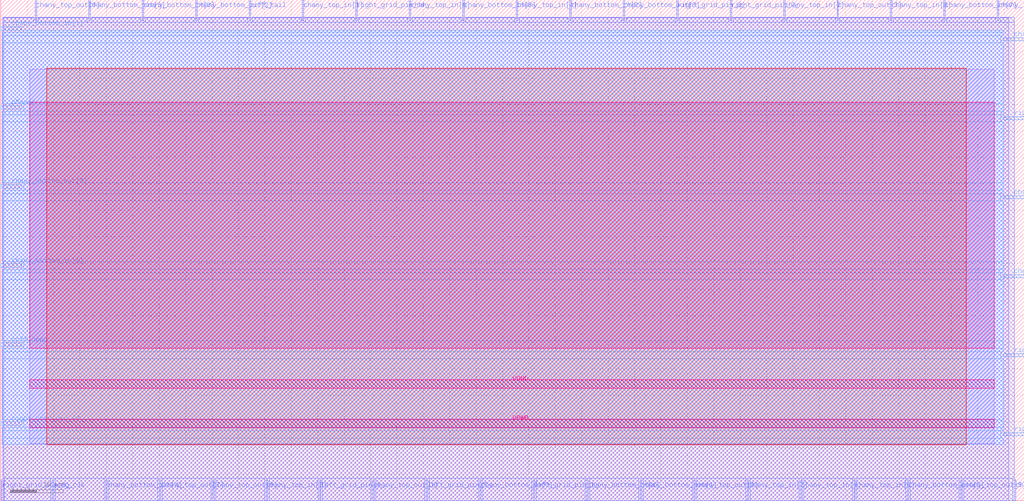
<source format=lef>
VERSION 5.7 ;
  NAMESCASESENSITIVE ON ;
  NOWIREEXTENSIONATPIN ON ;
  DIVIDERCHAR "/" ;
  BUSBITCHARS "[]" ;
UNITS
  DATABASE MICRONS 200 ;
END UNITS

MACRO cby_3__1_
  CLASS BLOCK ;
  FOREIGN cby_3__1_ ;
  ORIGIN 0.000 0.000 ;
  SIZE 193.775 BY 94.855 ;
  PIN ccff_head
    DIRECTION INPUT ;
    PORT
      LAYER met3 ;
        RECT 0.000 29.280 4.000 29.880 ;
    END
  END ccff_head
  PIN ccff_tail
    DIRECTION OUTPUT TRISTATE ;
    PORT
      LAYER met2 ;
        RECT 47.010 90.855 47.290 94.855 ;
    END
  END ccff_tail
  PIN chany_bottom_in[0]
    DIRECTION INPUT ;
    PORT
      LAYER met2 ;
        RECT 26.770 90.855 27.050 94.855 ;
    END
  END chany_bottom_in[0]
  PIN chany_bottom_in[1]
    DIRECTION INPUT ;
    PORT
      LAYER met3 ;
        RECT 0.000 89.120 4.000 89.720 ;
    END
  END chany_bottom_in[1]
  PIN chany_bottom_in[2]
    DIRECTION INPUT ;
    PORT
      LAYER met2 ;
        RECT 107.730 90.855 108.010 94.855 ;
    END
  END chany_bottom_in[2]
  PIN chany_bottom_in[3]
    DIRECTION INPUT ;
    PORT
      LAYER met2 ;
        RECT 90.710 0.000 90.990 4.000 ;
    END
  END chany_bottom_in[3]
  PIN chany_bottom_in[4]
    DIRECTION INPUT ;
    PORT
      LAYER met2 ;
        RECT 110.950 0.000 111.230 4.000 ;
    END
  END chany_bottom_in[4]
  PIN chany_bottom_in[5]
    DIRECTION INPUT ;
    PORT
      LAYER met2 ;
        RECT 87.490 90.855 87.770 94.855 ;
    END
  END chany_bottom_in[5]
  PIN chany_bottom_in[6]
    DIRECTION INPUT ;
    PORT
      LAYER met3 ;
        RECT 0.000 44.240 4.000 44.840 ;
    END
  END chany_bottom_in[6]
  PIN chany_bottom_in[7]
    DIRECTION INPUT ;
    PORT
      LAYER met2 ;
        RECT 178.570 90.855 178.850 94.855 ;
    END
  END chany_bottom_in[7]
  PIN chany_bottom_in[8]
    DIRECTION INPUT ;
    PORT
      LAYER met3 ;
        RECT 189.775 42.200 193.775 42.800 ;
    END
  END chany_bottom_in[8]
  PIN chany_bottom_out[0]
    DIRECTION OUTPUT TRISTATE ;
    PORT
      LAYER met2 ;
        RECT 16.650 90.855 16.930 94.855 ;
    END
  END chany_bottom_out[0]
  PIN chany_bottom_out[1]
    DIRECTION OUTPUT TRISTATE ;
    PORT
      LAYER met2 ;
        RECT 121.070 0.000 121.350 4.000 ;
    END
  END chany_bottom_out[1]
  PIN chany_bottom_out[2]
    DIRECTION OUTPUT TRISTATE ;
    PORT
      LAYER met2 ;
        RECT 36.890 90.855 37.170 94.855 ;
    END
  END chany_bottom_out[2]
  PIN chany_bottom_out[3]
    DIRECTION OUTPUT TRISTATE ;
    PORT
      LAYER met2 ;
        RECT 117.850 90.855 118.130 94.855 ;
    END
  END chany_bottom_out[3]
  PIN chany_bottom_out[4]
    DIRECTION OUTPUT TRISTATE ;
    PORT
      LAYER met2 ;
        RECT 19.870 0.000 20.150 4.000 ;
    END
  END chany_bottom_out[4]
  PIN chany_bottom_out[5]
    DIRECTION OUTPUT TRISTATE ;
    PORT
      LAYER met2 ;
        RECT 171.670 0.000 171.950 4.000 ;
    END
  END chany_bottom_out[5]
  PIN chany_bottom_out[6]
    DIRECTION OUTPUT TRISTATE ;
    PORT
      LAYER met3 ;
        RECT 0.000 59.200 4.000 59.800 ;
    END
  END chany_bottom_out[6]
  PIN chany_bottom_out[7]
    DIRECTION OUTPUT TRISTATE ;
    PORT
      LAYER met2 ;
        RECT 191.910 0.000 192.190 4.000 ;
    END
  END chany_bottom_out[7]
  PIN chany_bottom_out[8]
    DIRECTION OUTPUT TRISTATE ;
    PORT
      LAYER met3 ;
        RECT 189.775 87.080 193.775 87.680 ;
    END
  END chany_bottom_out[8]
  PIN chany_top_in[0]
    DIRECTION INPUT ;
    PORT
      LAYER met2 ;
        RECT 161.550 0.000 161.830 4.000 ;
    END
  END chany_top_in[0]
  PIN chany_top_in[1]
    DIRECTION INPUT ;
    PORT
      LAYER met2 ;
        RECT 57.130 90.855 57.410 94.855 ;
    END
  END chany_top_in[1]
  PIN chany_top_in[2]
    DIRECTION INPUT ;
    PORT
      LAYER met2 ;
        RECT 148.210 90.855 148.490 94.855 ;
    END
  END chany_top_in[2]
  PIN chany_top_in[3]
    DIRECTION INPUT ;
    PORT
      LAYER met2 ;
        RECT 151.430 0.000 151.710 4.000 ;
    END
  END chany_top_in[3]
  PIN chany_top_in[4]
    DIRECTION INPUT ;
    PORT
      LAYER met2 ;
        RECT 97.610 90.855 97.890 94.855 ;
    END
  END chany_top_in[4]
  PIN chany_top_in[5]
    DIRECTION INPUT ;
    PORT
      LAYER met2 ;
        RECT 50.230 0.000 50.510 4.000 ;
    END
  END chany_top_in[5]
  PIN chany_top_in[6]
    DIRECTION INPUT ;
    PORT
      LAYER met2 ;
        RECT 77.370 90.855 77.650 94.855 ;
    END
  END chany_top_in[6]
  PIN chany_top_in[7]
    DIRECTION INPUT ;
    PORT
      LAYER met2 ;
        RECT 141.310 0.000 141.590 4.000 ;
    END
  END chany_top_in[7]
  PIN chany_top_in[8]
    DIRECTION INPUT ;
    PORT
      LAYER met2 ;
        RECT 168.450 90.855 168.730 94.855 ;
    END
  END chany_top_in[8]
  PIN chany_top_out[0]
    DIRECTION OUTPUT TRISTATE ;
    PORT
      LAYER met2 ;
        RECT 6.530 90.855 6.810 94.855 ;
    END
  END chany_top_out[0]
  PIN chany_top_out[1]
    DIRECTION OUTPUT TRISTATE ;
    PORT
      LAYER met2 ;
        RECT 70.470 0.000 70.750 4.000 ;
    END
  END chany_top_out[1]
  PIN chany_top_out[2]
    DIRECTION OUTPUT TRISTATE ;
    PORT
      LAYER met3 ;
        RECT 189.775 57.160 193.775 57.760 ;
    END
  END chany_top_out[2]
  PIN chany_top_out[3]
    DIRECTION OUTPUT TRISTATE ;
    PORT
      LAYER met2 ;
        RECT 158.330 90.855 158.610 94.855 ;
    END
  END chany_top_out[3]
  PIN chany_top_out[4]
    DIRECTION OUTPUT TRISTATE ;
    PORT
      LAYER met2 ;
        RECT 188.690 90.855 188.970 94.855 ;
    END
  END chany_top_out[4]
  PIN chany_top_out[5]
    DIRECTION OUTPUT TRISTATE ;
    PORT
      LAYER met2 ;
        RECT 181.790 0.000 182.070 4.000 ;
    END
  END chany_top_out[5]
  PIN chany_top_out[6]
    DIRECTION OUTPUT TRISTATE ;
    PORT
      LAYER met2 ;
        RECT 40.110 0.000 40.390 4.000 ;
    END
  END chany_top_out[6]
  PIN chany_top_out[7]
    DIRECTION OUTPUT TRISTATE ;
    PORT
      LAYER met2 ;
        RECT 29.990 0.000 30.270 4.000 ;
    END
  END chany_top_out[7]
  PIN chany_top_out[8]
    DIRECTION OUTPUT TRISTATE ;
    PORT
      LAYER met2 ;
        RECT 131.190 0.000 131.470 4.000 ;
    END
  END chany_top_out[8]
  PIN left_grid_pin_1_
    DIRECTION OUTPUT TRISTATE ;
    PORT
      LAYER met2 ;
        RECT 100.830 0.000 101.110 4.000 ;
    END
  END left_grid_pin_1_
  PIN left_grid_pin_5_
    DIRECTION OUTPUT TRISTATE ;
    PORT
      LAYER met2 ;
        RECT 80.590 0.000 80.870 4.000 ;
    END
  END left_grid_pin_5_
  PIN left_grid_pin_9_
    DIRECTION OUTPUT TRISTATE ;
    PORT
      LAYER met2 ;
        RECT 60.350 0.000 60.630 4.000 ;
    END
  END left_grid_pin_9_
  PIN pReset
    DIRECTION INPUT ;
    PORT
      LAYER met3 ;
        RECT 0.000 74.160 4.000 74.760 ;
    END
  END pReset
  PIN prog_clk
    DIRECTION INPUT ;
    PORT
      LAYER met2 ;
        RECT 9.750 0.000 10.030 4.000 ;
    END
  END prog_clk
  PIN right_grid_pin_0_
    DIRECTION OUTPUT TRISTATE ;
    PORT
      LAYER met2 ;
        RECT 127.970 90.855 128.250 94.855 ;
    END
  END right_grid_pin_0_
  PIN right_grid_pin_10_
    DIRECTION OUTPUT TRISTATE ;
    PORT
      LAYER met3 ;
        RECT 189.775 27.240 193.775 27.840 ;
    END
  END right_grid_pin_10_
  PIN right_grid_pin_12_
    DIRECTION OUTPUT TRISTATE ;
    PORT
      LAYER met3 ;
        RECT 0.000 14.320 4.000 14.920 ;
    END
  END right_grid_pin_12_
  PIN right_grid_pin_14_
    DIRECTION OUTPUT TRISTATE ;
    PORT
      LAYER met2 ;
        RECT 67.250 90.855 67.530 94.855 ;
    END
  END right_grid_pin_14_
  PIN right_grid_pin_2_
    DIRECTION OUTPUT TRISTATE ;
    PORT
      LAYER met2 ;
        RECT 138.090 90.855 138.370 94.855 ;
    END
  END right_grid_pin_2_
  PIN right_grid_pin_4_
    DIRECTION OUTPUT TRISTATE ;
    PORT
      LAYER met3 ;
        RECT 189.775 72.120 193.775 72.720 ;
    END
  END right_grid_pin_4_
  PIN right_grid_pin_6_
    DIRECTION OUTPUT TRISTATE ;
    PORT
      LAYER met3 ;
        RECT 189.775 12.280 193.775 12.880 ;
    END
  END right_grid_pin_6_
  PIN right_grid_pin_8_
    DIRECTION OUTPUT TRISTATE ;
    PORT
      LAYER met2 ;
        RECT 0.090 0.000 0.370 4.000 ;
    END
  END right_grid_pin_8_
  PIN VPWR
    DIRECTION INPUT ;
    USE POWER ;
    PORT
      LAYER met5 ;
        RECT 5.520 13.840 188.140 15.440 ;
    END
  END VPWR
  PIN VGND
    DIRECTION INPUT ;
    USE GROUND ;
    PORT
      LAYER met5 ;
        RECT 5.520 21.340 188.140 22.940 ;
    END
  END VGND
  OBS
      LAYER li1 ;
        RECT 5.520 10.795 188.140 81.685 ;
      LAYER met1 ;
        RECT 0.530 0.040 190.830 91.420 ;
      LAYER met2 ;
        RECT 0.370 90.575 6.250 91.530 ;
        RECT 7.090 90.575 16.370 91.530 ;
        RECT 17.210 90.575 26.490 91.530 ;
        RECT 27.330 90.575 36.610 91.530 ;
        RECT 37.450 90.575 46.730 91.530 ;
        RECT 47.570 90.575 56.850 91.530 ;
        RECT 57.690 90.575 66.970 91.530 ;
        RECT 67.810 90.575 77.090 91.530 ;
        RECT 77.930 90.575 87.210 91.530 ;
        RECT 88.050 90.575 97.330 91.530 ;
        RECT 98.170 90.575 107.450 91.530 ;
        RECT 108.290 90.575 117.570 91.530 ;
        RECT 118.410 90.575 127.690 91.530 ;
        RECT 128.530 90.575 137.810 91.530 ;
        RECT 138.650 90.575 147.930 91.530 ;
        RECT 148.770 90.575 158.050 91.530 ;
        RECT 158.890 90.575 168.170 91.530 ;
        RECT 169.010 90.575 178.290 91.530 ;
        RECT 179.130 90.575 188.410 91.530 ;
        RECT 189.250 90.575 191.910 91.530 ;
        RECT 0.370 4.280 191.910 90.575 ;
        RECT 0.650 0.010 9.470 4.280 ;
        RECT 10.310 0.010 19.590 4.280 ;
        RECT 20.430 0.010 29.710 4.280 ;
        RECT 30.550 0.010 39.830 4.280 ;
        RECT 40.670 0.010 49.950 4.280 ;
        RECT 50.790 0.010 60.070 4.280 ;
        RECT 60.910 0.010 70.190 4.280 ;
        RECT 71.030 0.010 80.310 4.280 ;
        RECT 81.150 0.010 90.430 4.280 ;
        RECT 91.270 0.010 100.550 4.280 ;
        RECT 101.390 0.010 110.670 4.280 ;
        RECT 111.510 0.010 120.790 4.280 ;
        RECT 121.630 0.010 130.910 4.280 ;
        RECT 131.750 0.010 141.030 4.280 ;
        RECT 141.870 0.010 151.150 4.280 ;
        RECT 151.990 0.010 161.270 4.280 ;
        RECT 162.110 0.010 171.390 4.280 ;
        RECT 172.230 0.010 181.510 4.280 ;
        RECT 182.350 0.010 191.630 4.280 ;
      LAYER met3 ;
        RECT 4.400 88.720 189.775 89.120 ;
        RECT 0.310 88.080 189.775 88.720 ;
        RECT 0.310 86.680 189.375 88.080 ;
        RECT 0.310 75.160 189.775 86.680 ;
        RECT 4.400 73.760 189.775 75.160 ;
        RECT 0.310 73.120 189.775 73.760 ;
        RECT 0.310 71.720 189.375 73.120 ;
        RECT 0.310 60.200 189.775 71.720 ;
        RECT 4.400 58.800 189.775 60.200 ;
        RECT 0.310 58.160 189.775 58.800 ;
        RECT 0.310 56.760 189.375 58.160 ;
        RECT 0.310 45.240 189.775 56.760 ;
        RECT 4.400 43.840 189.775 45.240 ;
        RECT 0.310 43.200 189.775 43.840 ;
        RECT 0.310 41.800 189.375 43.200 ;
        RECT 0.310 30.280 189.775 41.800 ;
        RECT 4.400 28.880 189.775 30.280 ;
        RECT 0.310 28.240 189.775 28.880 ;
        RECT 0.310 26.840 189.375 28.240 ;
        RECT 0.310 15.320 189.775 26.840 ;
        RECT 4.400 13.920 189.775 15.320 ;
        RECT 0.310 13.280 189.775 13.920 ;
        RECT 0.310 11.880 189.375 13.280 ;
        RECT 0.310 10.715 189.775 11.880 ;
      LAYER met4 ;
        RECT 8.720 10.640 182.820 81.840 ;
      LAYER met5 ;
        RECT 5.520 28.840 188.140 75.440 ;
  END
END cby_3__1_
END LIBRARY


</source>
